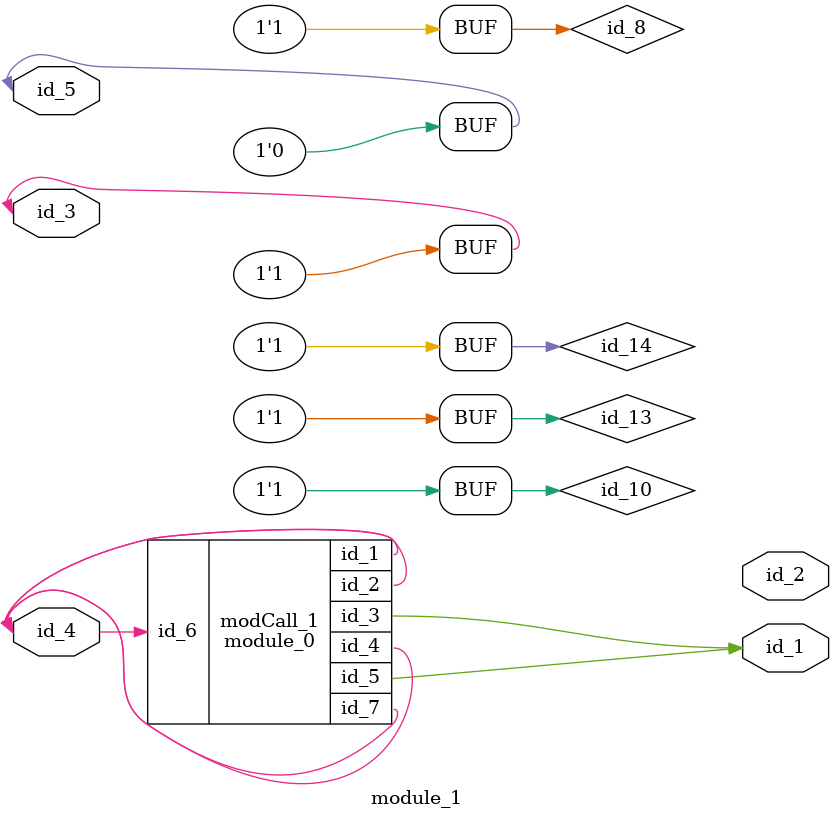
<source format=v>
module module_0 (
    id_1,
    id_2,
    id_3,
    id_4,
    id_5,
    id_6,
    id_7
);
  output wire id_7;
  input wire id_6;
  output wire id_5;
  inout wire id_4;
  output wire id_3;
  inout wire id_2;
  inout wire id_1;
  assign id_2 = id_6;
  assign module_1.id_8 = 0;
endmodule
module module_1 (
    id_1,
    id_2,
    id_3,
    id_4,
    id_5
);
  inout wire id_5;
  inout wire id_4;
  inout wire id_3;
  output wire id_2;
  output wire id_1;
  reg id_6, id_7, id_8;
  assign id_5 = "";
  reg id_9, id_10;
  reg id_11 = id_9;
  assign id_6.id_6 = id_10 + id_11;
  reg id_12, id_13 = id_3, id_14 = id_3;
  assign id_8 = -1;
  module_0 modCall_1 (
      id_4,
      id_4,
      id_1,
      id_4,
      id_1,
      id_4,
      id_4
  );
  always $display(id_7);
  assign id_10 = 1;
  always id_10 <= (id_6);
  assign {1, id_3, id_8} = id_3;
endmodule

</source>
